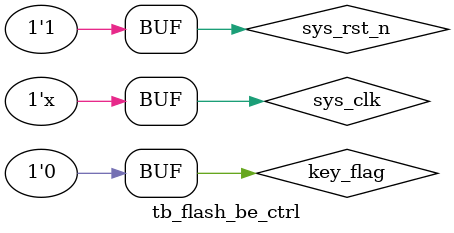
<source format=v>
`timescale  1ns/1ns

module  tb_flash_be_ctrl();

reg     sys_clk;
reg     sys_rst_n;
reg     key_flag;

wire    sck;
wire    cs_n;
wire    mosi;

initial
    begin
        sys_clk = 1'b1;
        sys_rst_n <= 1'b0;
        key_flag <= 1'b0;
        #30
        sys_rst_n <= 1'b1;
        #1000
        key_flag <= 1'b1;
        #20
        key_flag <= 1'b0;
    end

always #10 sys_clk = ~ sys_clk;

flash_be_ctrl   flash_be_ctrl_inst
(
    .sys_clk     (sys_clk  ),
    .sys_rst_n   (sys_rst_n),
    .key_flag    (key_flag ),
                  
    .sck         (sck      ),
    .cs_n        (cs_n     ),
    .mosi        (mosi     )
);

defparam memory.mem_access.initfile = "initmemory.txt";

m25p16  memory   
(
    .c          (sck    ), 
    .data_in    (mosi   ), 
    .s          (cs_n   ), 
    .w          (1'b1   ), 
    .hold       (1'b1   ), 
    .data_out   (       )
);


endmodule
</source>
